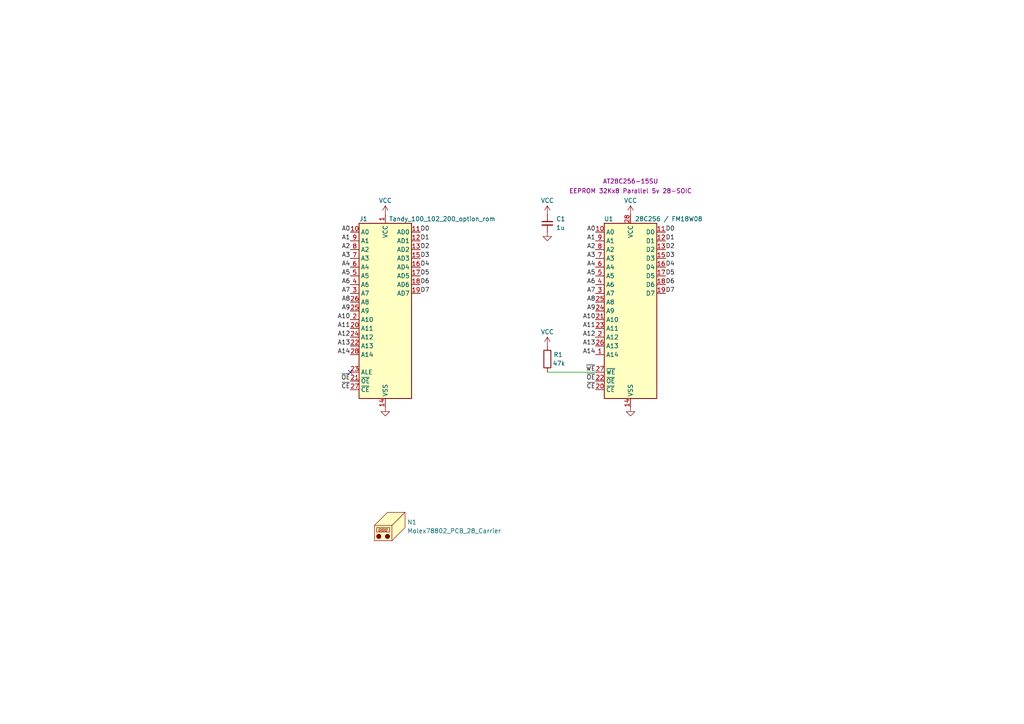
<source format=kicad_sch>
(kicad_sch (version 20250114) (generator "eeschema") (generator_version "9.0")
  (paper "A4")
  (title_block (title "Teeprom") (date "2026-02-23") (rev "006") (company "Brian K. White - b.kenyon.w@gmail.com") (comment 1 "Option ROM for TANDY 100 102 200") (comment 2 "CC-BY-SA"))
  (lib_symbols
    (symbol "000_LOCAL:28C256"
      (property "Reference" "U" (at -7.62 26.67 0))
      (property "Value" "28C256" (at 2.54 -26.67 0))
      (symbol "28C256_1_1"
        (rectangle (start -7.62 25.4) (end 7.62 -25.4) (stroke (width 0.254)) (fill (type background)))
        (pin input line (at -10.16 22.86 0) (length 2.54) (name "A0") (number "10"))
        (pin input line (at -10.16 20.32 0) (length 2.54) (name "A1") (number "9"))
        (pin input line (at -10.16 17.78 0) (length 2.54) (name "A2") (number "8"))
        (pin input line (at -10.16 15.24 0) (length 2.54) (name "A3") (number "7"))
        (pin input line (at -10.16 12.7 0) (length 2.54) (name "A4") (number "6"))
        (pin input line (at -10.16 10.16 0) (length 2.54) (name "A5") (number "5"))
        (pin input line (at -10.16 7.62 0) (length 2.54) (name "A6") (number "4"))
        (pin input line (at -10.16 5.08 0) (length 2.54) (name "A7") (number "3"))
        (pin input line (at -10.16 2.54 0) (length 2.54) (name "A8") (number "25"))
        (pin input line (at -10.16 0 0) (length 2.54) (name "A9") (number "24"))
        (pin input line (at -10.16 -2.54 0) (length 2.54) (name "A10") (number "21"))
        (pin input line (at -10.16 -5.08 0) (length 2.54) (name "A11") (number "23"))
        (pin input line (at -10.16 -7.62 0) (length 2.54) (name "A12") (number "2"))
        (pin input line (at -10.16 -10.16 0) (length 2.54) (name "A13") (number "26"))
        (pin input line (at -10.16 -12.7 0) (length 2.54) (name "A14") (number "1"))
        (pin input line (at -10.16 -17.78 0) (length 2.54) (name "~{WE}") (number "27"))
        (pin input line (at -10.16 -20.32 0) (length 2.54) (name "~{OE}") (number "22"))
        (pin input line (at -10.16 -22.86 0) (length 2.54) (name "~{CE}") (number "20"))
        (pin power_in line (at 0 27.94 270) (length 2.54) (name "VCC") (number "28"))
        (pin power_in line (at 0 -27.94 90) (length 2.54) (name "VSS") (number "14"))
        (pin tri_state line (at 10.16 22.86 180) (length 2.54) (name "D0") (number "11"))
        (pin tri_state line (at 10.16 20.32 180) (length 2.54) (name "D1") (number "12"))
        (pin tri_state line (at 10.16 17.78 180) (length 2.54) (name "D2") (number "13"))
        (pin tri_state line (at 10.16 15.24 180) (length 2.54) (name "D3") (number "15"))
        (pin tri_state line (at 10.16 12.7 180) (length 2.54) (name "D4") (number "16"))
        (pin tri_state line (at 10.16 10.16 180) (length 2.54) (name "D5") (number "17"))
        (pin tri_state line (at 10.16 7.62 180) (length 2.54) (name "D6") (number "18"))
        (pin tri_state line (at 10.16 5.08 180) (length 2.54) (name "D7") (number "19"))
      )
    )
    (symbol "000_LOCAL:C" (pin_numbers (hide yes)) (pin_names (offset 0.254) (hide yes))
      (property "Reference" "C" (at 0.254 1.778 0))
      (property "Value" "C" (at 0.254 -2.032 0))
      (symbol "C_0_1"
        (polyline (pts (xy -1.524 0.508) (xy 1.524 0.508)) (stroke (width 0.3048)))
        (polyline (pts (xy -1.524 -0.508) (xy 1.524 -0.508)) (stroke (width 0.3302)))
      )
      (symbol "C_1_1"
        (pin passive line (at 0 2.54 270) (length 2.032) (name "~") (number "1"))
        (pin passive line (at 0 -2.54 90) (length 2.032) (name "~") (number "2"))
      )
    )
    (symbol "000_LOCAL:Housing" (pin_names (offset 1.016))
      (property "Reference" "N" (at 3.81 0 0))
      (property "Value" "Housing" (at 3.81 -1.905 0))
      (symbol "Housing_0_1"
        (polyline (pts (xy -5.715 0) (xy -0.635 0) (xy 3.175 3.81)))
        (polyline (pts (xy -5.715 0) (xy -5.715 -4.445) (xy -0.635 -4.445) (xy 3.175 -0.635) (xy 3.175 3.81) (xy -1.905 3.81) (xy -5.715 0)) (fill (type background)))
        (rectangle (start -5.08 -0.635) (end -1.27 -1.905))
        (polyline (pts (xy -4.5212 -1.5748) (xy -4.4704 -1.3716)))
        (circle (center -4.445 -3.175) (radius 0.635) (fill (type outline)))
        (polyline (pts (xy -4.4196 -1.2192) (xy -4.3688 -0.9652)))
        (polyline (pts (xy -4.4196 -1.6764) (xy -4.064 -1.6764)))
        (polyline (pts (xy -4.318 -1.3208) (xy -4.0132 -1.3208)))
        (polyline (pts (xy -4.2164 -0.9144) (xy -3.9116 -0.9144)))
        (polyline (pts (xy -3.9116 -1.6256) (xy -3.8608 -1.3716)))
        (polyline (pts (xy -3.81 -1.2192) (xy -3.7592 -0.9652)))
        (polyline (pts (xy -3.6068 -1.5748) (xy -3.556 -1.3716)))
        (polyline (pts (xy -3.5052 -1.2192) (xy -3.4544 -0.9652)))
        (polyline (pts (xy -3.5052 -1.6764) (xy -3.1496 -1.6764)))
        (polyline (pts (xy -3.4036 -1.3208) (xy -3.0988 -1.3208)))
        (polyline (pts (xy -3.302 -0.9144) (xy -2.9972 -0.9144)))
        (polyline (pts (xy -2.9972 -1.6256) (xy -2.9464 -1.3716)))
        (polyline (pts (xy -2.8956 -1.2192) (xy -2.8448 -0.9652)))
        (polyline (pts (xy -2.6924 -1.5748) (xy -2.6416 -1.3716)))
        (polyline (pts (xy -2.5908 -1.2192) (xy -2.54 -0.9652)))
        (polyline (pts (xy -2.5908 -1.6764) (xy -2.2352 -1.6764)))
        (polyline (pts (xy -2.4892 -1.3208) (xy -2.1844 -1.3208)))
        (polyline (pts (xy -2.3876 -0.9144) (xy -2.0828 -0.9144)))
        (polyline (pts (xy -2.0828 -1.6256) (xy -2.032 -1.3716)))
        (polyline (pts (xy -1.9812 -1.2192) (xy -1.9304 -0.9652)))
        (circle (center -1.905 -3.175) (radius 0.635) (fill (type outline)))
        (polyline (pts (xy -0.635 0) (xy -0.635 -4.445)))
      )
    )
    (symbol "000_LOCAL:R" (pin_numbers (hide yes)) (pin_names (offset 0))
      (property "Reference" "R" (at 2.032 0 90))
      (property "Value" "R" (at 0 0 90))
      (symbol "R_0_1"
        (rectangle (start -1.016 -2.54) (end 1.016 2.54) (stroke (width 0.254)))
      )
      (symbol "R_1_1"
        (pin passive line (at 0 3.81 270) (length 1.27) (name "~") (number "1"))
        (pin passive line (at 0 -3.81 90) (length 1.27) (name "~") (number "2"))
      )
    )
    (symbol "000_LOCAL:Tandy_100_102_200_option_rom"
      (property "Reference" "U" (at -7.62 26.67 0))
      (property "Value" "Tandy_100_102_200_option_rom" (at 2.54 -26.67 0))
      (symbol "Tandy_100_102_200_option_rom_1_1"
        (rectangle (start -7.62 25.4) (end 7.62 -25.4) (stroke (width 0.254)) (fill (type background)))
        (pin input line (at -10.16 22.86 0) (length 2.54) (name "A0") (number "10"))
        (pin input line (at -10.16 20.32 0) (length 2.54) (name "A1") (number "9"))
        (pin input line (at -10.16 17.78 0) (length 2.54) (name "A2") (number "8"))
        (pin input line (at -10.16 15.24 0) (length 2.54) (name "A3") (number "7"))
        (pin input line (at -10.16 12.7 0) (length 2.54) (name "A4") (number "6"))
        (pin input line (at -10.16 10.16 0) (length 2.54) (name "A5") (number "5"))
        (pin input line (at -10.16 7.62 0) (length 2.54) (name "A6") (number "4"))
        (pin input line (at -10.16 5.08 0) (length 2.54) (name "A7") (number "3"))
        (pin input line (at -10.16 2.54 0) (length 2.54) (name "A8") (number "26"))
        (pin input line (at -10.16 0 0) (length 2.54) (name "A9") (number "25"))
        (pin input line (at -10.16 -2.54 0) (length 2.54) (name "A10") (number "2"))
        (pin input line (at -10.16 -5.08 0) (length 2.54) (name "A11") (number "20"))
        (pin input line (at -10.16 -7.62 0) (length 2.54) (name "A12") (number "24"))
        (pin input line (at -10.16 -10.16 0) (length 2.54) (name "A13") (number "22"))
        (pin input line (at -10.16 -12.7 0) (length 2.54) (name "A14") (number "28"))
        (pin input line (at -10.16 -17.78 0) (length 2.54) (name "ALE") (number "23"))
        (pin input line (at -10.16 -20.32 0) (length 2.54) (name "~{OE}") (number "21"))
        (pin input line (at -10.16 -22.86 0) (length 2.54) (name "~{CE}") (number "27"))
        (pin power_in line (at 0 27.94 270) (length 2.54) (name "VCC") (number "1"))
        (pin power_in line (at 0 -27.94 90) (length 2.54) (name "VSS") (number "14"))
        (pin tri_state line (at 10.16 22.86 180) (length 2.54) (name "AD0") (number "11"))
        (pin tri_state line (at 10.16 20.32 180) (length 2.54) (name "AD1") (number "12"))
        (pin tri_state line (at 10.16 17.78 180) (length 2.54) (name "AD2") (number "13"))
        (pin tri_state line (at 10.16 15.24 180) (length 2.54) (name "AD3") (number "15"))
        (pin tri_state line (at 10.16 12.7 180) (length 2.54) (name "AD4") (number "16"))
        (pin tri_state line (at 10.16 10.16 180) (length 2.54) (name "AD5") (number "17"))
        (pin tri_state line (at 10.16 7.62 180) (length 2.54) (name "AD6") (number "18"))
        (pin tri_state line (at 10.16 5.08 180) (length 2.54) (name "AD7") (number "19"))
      )
    )
    (symbol "power:GND" (power) (pin_names (offset 0))
      (property "Value" "GND" (at 0 -3.81 0))
      (symbol "GND_0_1"
        (polyline (pts (xy 0 0) (xy 0 -1.27) (xy 1.27 -1.27) (xy 0 -2.54) (xy -1.27 -1.27) (xy 0 -1.27)))
      )
      (symbol "GND_1_1"
        (pin power_in line (at 0 0 270) (length 0) (hide yes) (name "GND") (number "1"))
      )
    )
    (symbol "power:VCC" (power) (pin_names (offset 0))
      (property "Value" "VCC" (at 0 3.81 0))
      (symbol "VCC_0_1"
        (polyline (pts (xy -0.762 1.27) (xy 0 2.54)))
        (polyline (pts (xy 0 2.54) (xy 0.762 1.27)))
        (polyline (pts (xy 0 0) (xy 0 2.54)))
      )
      (symbol "VCC_1_1"
        (pin power_in line (at 0 0 90) (length 0) (hide yes) (name "VCC") (number "1"))
      )
    )
  )
  (no_connect (at 101.6 107.95))
  (wire (pts (xy 158.75 107.95) (xy 172.72 107.95)))
  (label "D6" (at 193.04 82.55 0))
  (label "A0" (at 172.72 67.31 180))
  (label "D7" (at 121.92 85.09 0))
  (label "A4" (at 172.72 77.47 180))
  (label "A3" (at 101.6 74.93 180))
  (label "A5" (at 101.6 80.01 180))
  (label "D2" (at 193.04 72.39 0))
  (label "A12" (at 172.72 97.79 180))
  (label "A5" (at 172.72 80.01 180))
  (label "A7" (at 101.6 85.09 180))
  (label "A1" (at 101.6 69.85 180))
  (label "A2" (at 172.72 72.39 180))
  (label "~{CE}" (at 172.72 113.03 180))
  (label "~{CE}" (at 101.6 113.03 180))
  (label "D2" (at 121.92 72.39 0))
  (label "A7" (at 172.72 85.09 180))
  (label "~{OE}" (at 101.6 110.49 180))
  (label "A0" (at 101.6 67.31 180))
  (label "A14" (at 172.72 102.87 180))
  (label "~{WE}" (at 172.72 107.95 180))
  (label "D5" (at 193.04 80.01 0))
  (label "A13" (at 172.72 100.33 180))
  (label "A10" (at 172.72 92.71 180))
  (label "D4" (at 121.92 77.47 0))
  (label "A11" (at 172.72 95.25 180))
  (label "A9" (at 101.6 90.17 180))
  (label "A3" (at 172.72 74.93 180))
  (label "A1" (at 172.72 69.85 180))
  (label "D0" (at 193.04 67.31 0))
  (label "D4" (at 193.04 77.47 0))
  (label "D1" (at 121.92 69.85 0))
  (label "D0" (at 121.92 67.31 0))
  (label "D5" (at 121.92 80.01 0))
  (label "D3" (at 121.92 74.93 0))
  (label "A11" (at 101.6 95.25 180))
  (label "A8" (at 101.6 87.63 180))
  (label "D6" (at 121.92 82.55 0))
  (label "A8" (at 172.72 87.63 180))
  (label "A9" (at 172.72 90.17 180))
  (label "D1" (at 193.04 69.85 0))
  (label "A12" (at 101.6 97.79 180))
  (label "A10" (at 101.6 92.71 180))
  (label "D7" (at 193.04 85.09 0))
  (label "A13" (at 101.6 100.33 180))
  (label "~{OE}" (at 172.72 110.49 180))
  (label "A14" (at 101.6 102.87 180))
  (label "D3" (at 193.04 74.93 0))
  (label "A6" (at 172.72 82.55 180))
  (label "A4" (at 101.6 77.47 180))
  (label "A6" (at 101.6 82.55 180))
  (label "A2" (at 101.6 72.39 180))
  (symbol (lib_id "000_LOCAL:28C256") (at 182.88 90.17 0) (unit 1)
    (property "Reference" "U1" (at 176.53 63.5 0))
    (property "Value" "28C256 / FM18W08" (at 184.15 63.5 0) (effects (justify left)))
    (property "Footprint" "000_LOCAL:SOIC-28W" (effects (hide yes)))
    (property "Datasheet" "datasheets/28C256.pdf" (effects (hide yes)))
    (property "Description" "EEPROM 32Kx8 Parallel 5v 28-SOIC" (at 182.88 55.372 0))
    (property "MPN" "AT28C256-15SU" (at 182.88 52.578 0))
  )
  (symbol (lib_id "000_LOCAL:R") (at 158.75 104.14 180) (unit 1)
    (property "Reference" "R1" (at 160.528 102.87 0) (effects (justify right)))
    (property "Value" "47k" (at 160.274 105.41 0) (effects (justify right)))
    (property "Footprint" "000_LOCAL:R_0805" (effects (hide yes)))
    (property "Datasheet" "datasheets/dcrcwe3.pdf" (effects (hide yes)))
    (property "Description" "R 47K 1% 0.25W 0805" (effects (hide yes)))
    (property "MPN" "CRCW080547K0FKEA" (effects (hide yes)))
  )
  (symbol (lib_id "000_LOCAL:Tandy_100_102_200_option_rom") (at 111.76 90.17 0) (unit 1) (in_bom no)
    (property "Reference" "J1" (at 105.41 63.5 0))
    (property "Value" "Tandy_100_102_200_option_rom" (at 128.27 63.5 0))
    (property "Footprint" "000_LOCAL:Molex78802_PCB_28" (effects (hide yes)))
  )
  (symbol (lib_id "power:VCC") (at 111.76 62.23 0) (unit 1)
    (property "Reference" "#PWR0101" (effects (hide yes)))
    (property "Value" "VCC" (at 111.76 58.166 0))
  )
  (symbol (lib_id "power:VCC") (at 182.88 62.23 0) (unit 1)
    (property "Reference" "#PWR0102" (effects (hide yes)))
    (property "Value" "VCC" (at 182.88 58.166 0))
  )
  (symbol (lib_id "power:VCC") (at 158.75 100.33 0) (mirror y) (unit 1)
    (property "Reference" "#PWR0103" (effects (hide yes)))
    (property "Value" "VCC" (at 158.75 96.266 0))
  )
  (symbol (lib_id "power:GND") (at 111.76 118.11 0) (unit 1)
    (property "Reference" "#PWR0104" (effects (hide yes)))
    (property "Value" "GND" (effects (hide yes)))
  )
  (symbol (lib_id "power:GND") (at 182.88 118.11 0) (unit 1)
    (property "Reference" "#PWR0105" (effects (hide yes)))
    (property "Value" "GND" (effects (hide yes)))
  )
  (symbol (lib_id "power:GND") (at 158.75 67.31 0) (unit 1)
    (property "Reference" "#PWR01" (effects (hide yes)))
    (property "Value" "GND" (effects (hide yes)))
  )
  (symbol (lib_id "power:VCC") (at 158.75 62.23 0) (unit 1)
    (property "Reference" "#PWR02" (effects (hide yes)))
    (property "Value" "VCC" (at 158.75 58.166 0))
  )
  (symbol (lib_id "000_LOCAL:C") (at 158.75 64.77 0) (unit 1)
    (property "Reference" "C1" (at 161.29 63.5062 0) (effects (justify left)))
    (property "Value" "1u" (at 161.29 66.0462 0) (effects (justify left)))
    (property "Footprint" "000_LOCAL:C_0805" (effects (hide yes)))
    (property "Datasheet" "datasheets/CL21B105KAFNNNE.pdf" (effects (hide yes)))
    (property "Description" "C 1u 0805" (effects (hide yes)))
    (property "MPN" "CL21B105KAFNNNE" (effects (hide yes)))
  )
  (symbol (lib_id "000_LOCAL:Housing") (at 114.3 152.4 0) (unit 1) (in_bom no)
    (property "Reference" "N1" (at 118.11 151.4474 0) (effects (justify left)))
    (property "Value" "Molex78802_PCB_28_Carrier" (at 118.11 153.9874 0) (effects (justify left)))
    (property "Footprint" "000_LOCAL:Molex78802_PCB_28_Carrier" (effects (hide yes)))
    (property "Description" "3d printed carrier for 28-pin castellated pcb" (effects (hide yes)))
  )
)
</source>
